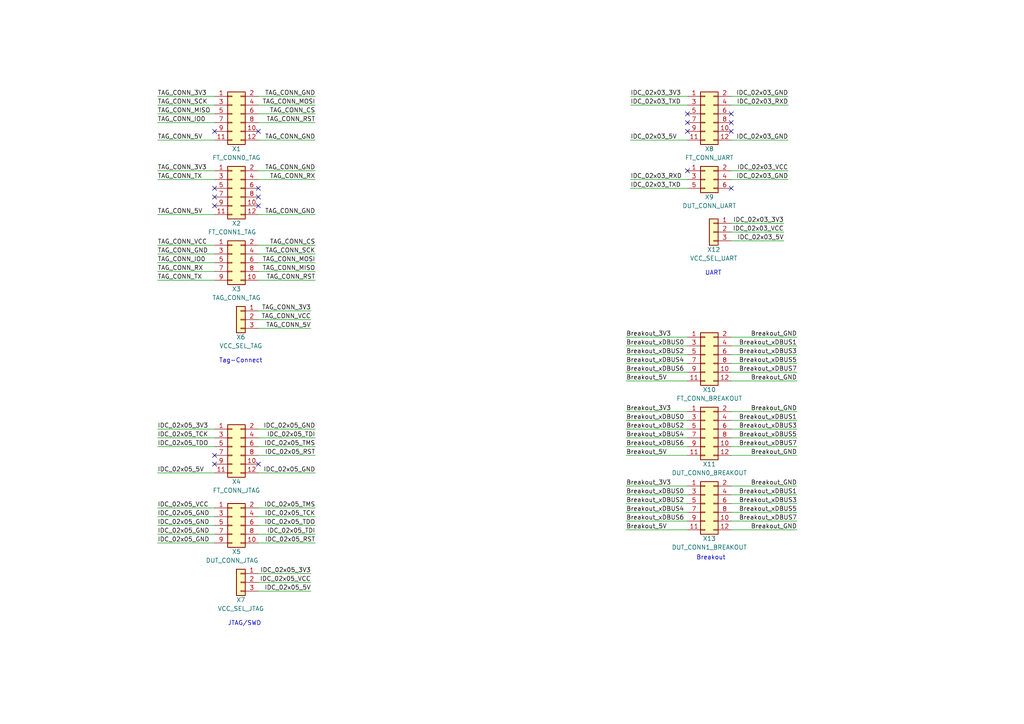
<source format=kicad_sch>
(kicad_sch (version 20230121) (generator eeschema)
  (paper "A4")
  (lib_symbols
    (symbol "Connector_Generic:Conn_01x03" (pin_names (offset 1.016) hide)
      (property "Reference" "J" (at 0 5.08 0))
      (property "Value" "Conn_01x03" (at 0 -5.08 0))
      (symbol "Conn_01x03_1_1"
        (rectangle (start -1.27 -2.413) (end 0 -2.667) (stroke (width 0.1524)))
        (rectangle (start -1.27 0.127) (end 0 -0.127) (stroke (width 0.1524)))
        (rectangle (start -1.27 2.667) (end 0 2.413) (stroke (width 0.1524)))
        (rectangle (start -1.27 3.81) (end 1.27 -3.81) (stroke (width 0.254)) (fill (type background)))
        (pin passive line (at -5.08 2.54 0) (length 3.81) (name "Pin_1") (number "1"))
        (pin passive line (at -5.08 0 0) (length 3.81) (name "Pin_2") (number "2"))
        (pin passive line (at -5.08 -2.54 0) (length 3.81) (name "Pin_3") (number "3"))
      )
    )
    (symbol "Connector_Generic:Conn_02x03_Odd_Even" (pin_names (offset 1.016) hide)
      (property "Reference" "J" (at 1.27 5.08 0))
      (property "Value" "Conn_02x03_Odd_Even" (at 1.27 -5.08 0))
      (symbol "Conn_02x03_Odd_Even_1_1"
        (rectangle (start -1.27 -2.413) (end 0 -2.667) (stroke (width 0.1524)))
        (rectangle (start -1.27 0.127) (end 0 -0.127) (stroke (width 0.1524)))
        (rectangle (start -1.27 2.667) (end 0 2.413) (stroke (width 0.1524)))
        (rectangle (start -1.27 3.81) (end 3.81 -3.81) (stroke (width 0.254)) (fill (type background)))
        (rectangle (start 3.81 -2.413) (end 2.54 -2.667) (stroke (width 0.1524)))
        (rectangle (start 3.81 0.127) (end 2.54 -0.127) (stroke (width 0.1524)))
        (rectangle (start 3.81 2.667) (end 2.54 2.413) (stroke (width 0.1524)))
        (pin passive line (at -5.08 2.54 0) (length 3.81) (name "Pin_1") (number "1"))
        (pin passive line (at 7.62 2.54 180) (length 3.81) (name "Pin_2") (number "2"))
        (pin passive line (at -5.08 0 0) (length 3.81) (name "Pin_3") (number "3"))
        (pin passive line (at 7.62 0 180) (length 3.81) (name "Pin_4") (number "4"))
        (pin passive line (at -5.08 -2.54 0) (length 3.81) (name "Pin_5") (number "5"))
        (pin passive line (at 7.62 -2.54 180) (length 3.81) (name "Pin_6") (number "6"))
      )
    )
    (symbol "Connector_Generic:Conn_02x05_Odd_Even" (pin_names (offset 1.016) hide)
      (property "Reference" "J" (at 1.27 7.62 0))
      (property "Value" "Conn_02x05_Odd_Even" (at 1.27 -7.62 0))
      (symbol "Conn_02x05_Odd_Even_1_1"
        (rectangle (start -1.27 -4.953) (end 0 -5.207) (stroke (width 0.1524)))
        (rectangle (start -1.27 -2.413) (end 0 -2.667) (stroke (width 0.1524)))
        (rectangle (start -1.27 0.127) (end 0 -0.127) (stroke (width 0.1524)))
        (rectangle (start -1.27 2.667) (end 0 2.413) (stroke (width 0.1524)))
        (rectangle (start -1.27 5.207) (end 0 4.953) (stroke (width 0.1524)))
        (rectangle (start -1.27 6.35) (end 3.81 -6.35) (stroke (width 0.254)) (fill (type background)))
        (rectangle (start 3.81 -4.953) (end 2.54 -5.207) (stroke (width 0.1524)))
        (rectangle (start 3.81 -2.413) (end 2.54 -2.667) (stroke (width 0.1524)))
        (rectangle (start 3.81 0.127) (end 2.54 -0.127) (stroke (width 0.1524)))
        (rectangle (start 3.81 2.667) (end 2.54 2.413) (stroke (width 0.1524)))
        (rectangle (start 3.81 5.207) (end 2.54 4.953) (stroke (width 0.1524)))
        (pin passive line (at -5.08 5.08 0) (length 3.81) (name "Pin_1") (number "1"))
        (pin passive line (at 7.62 -5.08 180) (length 3.81) (name "Pin_10") (number "10"))
        (pin passive line (at 7.62 5.08 180) (length 3.81) (name "Pin_2") (number "2"))
        (pin passive line (at -5.08 2.54 0) (length 3.81) (name "Pin_3") (number "3"))
        (pin passive line (at 7.62 2.54 180) (length 3.81) (name "Pin_4") (number "4"))
        (pin passive line (at -5.08 0 0) (length 3.81) (name "Pin_5") (number "5"))
        (pin passive line (at 7.62 0 180) (length 3.81) (name "Pin_6") (number "6"))
        (pin passive line (at -5.08 -2.54 0) (length 3.81) (name "Pin_7") (number "7"))
        (pin passive line (at 7.62 -2.54 180) (length 3.81) (name "Pin_8") (number "8"))
        (pin passive line (at -5.08 -5.08 0) (length 3.81) (name "Pin_9") (number "9"))
      )
    )
    (symbol "Connector_Generic:Conn_02x06_Odd_Even" (pin_names (offset 1.016) hide)
      (property "Reference" "J" (at 1.27 7.62 0))
      (property "Value" "Conn_02x06_Odd_Even" (at 1.27 -10.16 0))
      (symbol "Conn_02x06_Odd_Even_1_1"
        (rectangle (start -1.27 -7.493) (end 0 -7.747) (stroke (width 0.1524)))
        (rectangle (start -1.27 -4.953) (end 0 -5.207) (stroke (width 0.1524)))
        (rectangle (start -1.27 -2.413) (end 0 -2.667) (stroke (width 0.1524)))
        (rectangle (start -1.27 0.127) (end 0 -0.127) (stroke (width 0.1524)))
        (rectangle (start -1.27 2.667) (end 0 2.413) (stroke (width 0.1524)))
        (rectangle (start -1.27 5.207) (end 0 4.953) (stroke (width 0.1524)))
        (rectangle (start -1.27 6.35) (end 3.81 -8.89) (stroke (width 0.254)) (fill (type background)))
        (rectangle (start 3.81 -7.493) (end 2.54 -7.747) (stroke (width 0.1524)))
        (rectangle (start 3.81 -4.953) (end 2.54 -5.207) (stroke (width 0.1524)))
        (rectangle (start 3.81 -2.413) (end 2.54 -2.667) (stroke (width 0.1524)))
        (rectangle (start 3.81 0.127) (end 2.54 -0.127) (stroke (width 0.1524)))
        (rectangle (start 3.81 2.667) (end 2.54 2.413) (stroke (width 0.1524)))
        (rectangle (start 3.81 5.207) (end 2.54 4.953) (stroke (width 0.1524)))
        (pin passive line (at -5.08 5.08 0) (length 3.81) (name "Pin_1") (number "1"))
        (pin passive line (at 7.62 -5.08 180) (length 3.81) (name "Pin_10") (number "10"))
        (pin passive line (at -5.08 -7.62 0) (length 3.81) (name "Pin_11") (number "11"))
        (pin passive line (at 7.62 -7.62 180) (length 3.81) (name "Pin_12") (number "12"))
        (pin passive line (at 7.62 5.08 180) (length 3.81) (name "Pin_2") (number "2"))
        (pin passive line (at -5.08 2.54 0) (length 3.81) (name "Pin_3") (number "3"))
        (pin passive line (at 7.62 2.54 180) (length 3.81) (name "Pin_4") (number "4"))
        (pin passive line (at -5.08 0 0) (length 3.81) (name "Pin_5") (number "5"))
        (pin passive line (at 7.62 0 180) (length 3.81) (name "Pin_6") (number "6"))
        (pin passive line (at -5.08 -2.54 0) (length 3.81) (name "Pin_7") (number "7"))
        (pin passive line (at 7.62 -2.54 180) (length 3.81) (name "Pin_8") (number "8"))
        (pin passive line (at -5.08 -5.08 0) (length 3.81) (name "Pin_9") (number "9"))
      )
    )
  )
  (no_connect (at 62.23 54.61))
  (no_connect (at 62.23 134.62))
  (no_connect (at 199.39 35.56))
  (no_connect (at 62.23 59.69))
  (no_connect (at 74.93 59.69))
  (no_connect (at 74.93 134.62))
  (no_connect (at 74.93 38.1))
  (no_connect (at 212.09 33.02))
  (no_connect (at 199.39 49.53))
  (no_connect (at 74.93 57.15))
  (no_connect (at 74.93 54.61))
  (no_connect (at 62.23 132.08))
  (no_connect (at 212.09 35.56))
  (no_connect (at 212.09 38.1))
  (no_connect (at 62.23 57.15))
  (no_connect (at 62.23 38.1))
  (no_connect (at 199.39 38.1))
  (no_connect (at 212.09 54.61))
  (no_connect (at 199.39 33.02))
  (wire (pts (xy 45.72 81.28) (xy 62.23 81.28)))
  (wire (pts (xy 212.09 110.49) (xy 231.14 110.49)))
  (wire (pts (xy 181.61 107.95) (xy 199.39 107.95)))
  (wire (pts (xy 45.72 40.64) (xy 62.23 40.64)))
  (wire (pts (xy 45.72 30.48) (xy 62.23 30.48)))
  (wire (pts (xy 45.72 49.53) (xy 62.23 49.53)))
  (wire (pts (xy 45.72 129.54) (xy 62.23 129.54)))
  (wire (pts (xy 74.93 90.17) (xy 90.17 90.17)))
  (wire (pts (xy 212.09 105.41) (xy 231.14 105.41)))
  (wire (pts (xy 45.72 78.74) (xy 62.23 78.74)))
  (wire (pts (xy 45.72 149.86) (xy 62.23 149.86)))
  (wire (pts (xy 212.09 146.05) (xy 231.14 146.05)))
  (wire (pts (xy 45.72 62.23) (xy 62.23 62.23)))
  (wire (pts (xy 212.09 143.51) (xy 231.14 143.51)))
  (wire (pts (xy 181.61 153.67) (xy 199.39 153.67)))
  (wire (pts (xy 182.88 54.61) (xy 199.39 54.61)))
  (wire (pts (xy 181.61 129.54) (xy 199.39 129.54)))
  (wire (pts (xy 74.93 27.94) (xy 91.44 27.94)))
  (wire (pts (xy 181.61 105.41) (xy 199.39 105.41)))
  (wire (pts (xy 182.88 27.94) (xy 199.39 27.94)))
  (wire (pts (xy 74.93 149.86) (xy 91.44 149.86)))
  (wire (pts (xy 212.09 67.31) (xy 227.33 67.31)))
  (wire (pts (xy 74.93 62.23) (xy 91.44 62.23)))
  (wire (pts (xy 212.09 102.87) (xy 231.14 102.87)))
  (wire (pts (xy 212.09 148.59) (xy 231.14 148.59)))
  (wire (pts (xy 212.09 40.64) (xy 228.6 40.64)))
  (wire (pts (xy 74.93 129.54) (xy 91.44 129.54)))
  (wire (pts (xy 74.93 81.28) (xy 91.44 81.28)))
  (wire (pts (xy 212.09 49.53) (xy 228.6 49.53)))
  (wire (pts (xy 212.09 127) (xy 231.14 127)))
  (wire (pts (xy 74.93 40.64) (xy 91.44 40.64)))
  (wire (pts (xy 74.93 52.07) (xy 91.44 52.07)))
  (wire (pts (xy 45.72 154.94) (xy 62.23 154.94)))
  (wire (pts (xy 181.61 110.49) (xy 199.39 110.49)))
  (wire (pts (xy 212.09 69.85) (xy 227.33 69.85)))
  (wire (pts (xy 74.93 76.2) (xy 91.44 76.2)))
  (wire (pts (xy 181.61 97.79) (xy 199.39 97.79)))
  (wire (pts (xy 181.61 102.87) (xy 199.39 102.87)))
  (wire (pts (xy 212.09 129.54) (xy 231.14 129.54)))
  (wire (pts (xy 74.93 171.45) (xy 90.17 171.45)))
  (wire (pts (xy 181.61 151.13) (xy 199.39 151.13)))
  (wire (pts (xy 45.72 52.07) (xy 62.23 52.07)))
  (wire (pts (xy 212.09 119.38) (xy 231.14 119.38)))
  (wire (pts (xy 74.93 95.25) (xy 90.17 95.25)))
  (wire (pts (xy 212.09 64.77) (xy 227.33 64.77)))
  (wire (pts (xy 74.93 152.4) (xy 91.44 152.4)))
  (wire (pts (xy 74.93 92.71) (xy 90.17 92.71)))
  (wire (pts (xy 212.09 151.13) (xy 231.14 151.13)))
  (wire (pts (xy 74.93 30.48) (xy 91.44 30.48)))
  (wire (pts (xy 182.88 52.07) (xy 199.39 52.07)))
  (wire (pts (xy 181.61 148.59) (xy 199.39 148.59)))
  (wire (pts (xy 74.93 33.02) (xy 91.44 33.02)))
  (wire (pts (xy 74.93 35.56) (xy 91.44 35.56)))
  (wire (pts (xy 212.09 27.94) (xy 228.6 27.94)))
  (wire (pts (xy 212.09 132.08) (xy 231.14 132.08)))
  (wire (pts (xy 45.72 152.4) (xy 62.23 152.4)))
  (wire (pts (xy 181.61 124.46) (xy 199.39 124.46)))
  (wire (pts (xy 182.88 30.48) (xy 199.39 30.48)))
  (wire (pts (xy 74.93 71.12) (xy 91.44 71.12)))
  (wire (pts (xy 181.61 140.97) (xy 199.39 140.97)))
  (wire (pts (xy 74.93 132.08) (xy 91.44 132.08)))
  (wire (pts (xy 45.72 76.2) (xy 62.23 76.2)))
  (wire (pts (xy 181.61 132.08) (xy 199.39 132.08)))
  (wire (pts (xy 181.61 146.05) (xy 199.39 146.05)))
  (wire (pts (xy 74.93 147.32) (xy 91.44 147.32)))
  (wire (pts (xy 45.72 73.66) (xy 62.23 73.66)))
  (wire (pts (xy 212.09 30.48) (xy 228.6 30.48)))
  (wire (pts (xy 181.61 143.51) (xy 199.39 143.51)))
  (wire (pts (xy 74.93 168.91) (xy 90.17 168.91)))
  (wire (pts (xy 74.93 73.66) (xy 91.44 73.66)))
  (wire (pts (xy 181.61 127) (xy 199.39 127)))
  (wire (pts (xy 45.72 127) (xy 62.23 127)))
  (wire (pts (xy 45.72 124.46) (xy 62.23 124.46)))
  (wire (pts (xy 74.93 137.16) (xy 91.44 137.16)))
  (wire (pts (xy 212.09 153.67) (xy 231.14 153.67)))
  (wire (pts (xy 212.09 107.95) (xy 231.14 107.95)))
  (wire (pts (xy 45.72 147.32) (xy 62.23 147.32)))
  (wire (pts (xy 45.72 27.94) (xy 62.23 27.94)))
  (wire (pts (xy 181.61 100.33) (xy 199.39 100.33)))
  (wire (pts (xy 45.72 33.02) (xy 62.23 33.02)))
  (wire (pts (xy 212.09 100.33) (xy 231.14 100.33)))
  (wire (pts (xy 45.72 35.56) (xy 62.23 35.56)))
  (wire (pts (xy 74.93 127) (xy 91.44 127)))
  (wire (pts (xy 45.72 71.12) (xy 62.23 71.12)))
  (wire (pts (xy 74.93 124.46) (xy 91.44 124.46)))
  (wire (pts (xy 212.09 52.07) (xy 228.6 52.07)))
  (wire (pts (xy 45.72 157.48) (xy 62.23 157.48)))
  (wire (pts (xy 181.61 119.38) (xy 199.39 119.38)))
  (wire (pts (xy 45.72 137.16) (xy 62.23 137.16)))
  (wire (pts (xy 212.09 97.79) (xy 231.14 97.79)))
  (wire (pts (xy 74.93 157.48) (xy 91.44 157.48)))
  (wire (pts (xy 212.09 124.46) (xy 231.14 124.46)))
  (wire (pts (xy 212.09 121.92) (xy 231.14 121.92)))
  (wire (pts (xy 74.93 154.94) (xy 91.44 154.94)))
  (wire (pts (xy 181.61 121.92) (xy 199.39 121.92)))
  (wire (pts (xy 182.88 40.64) (xy 199.39 40.64)))
  (wire (pts (xy 74.93 78.74) (xy 91.44 78.74)))
  (wire (pts (xy 212.09 140.97) (xy 231.14 140.97)))
  (wire (pts (xy 74.93 166.37) (xy 90.17 166.37)))
  (wire (pts (xy 74.93 49.53) (xy 91.44 49.53)))
  (text "JTAG/SWD" (at 66.04 181.61 0) (effects (font (size 1.27 1.27)) (justify left bottom)))
  (text "Tag-Connect" (at 63.5 105.41 0) (effects (font (size 1.27 1.27)) (justify left bottom)))
  (text "Breakout" (at 201.93 162.56 0) (effects (font (size 1.27 1.27)) (justify left bottom)))
  (text "UART" (at 204.47 80.01 0) (effects (font (size 1.27 1.27)) (justify left bottom)))
  (label "IDC_02x03_5V" (at 227.33 69.85 180))
  (label "Breakout_xDBUS3" (at 231.14 124.46 180))
  (label "Breakout_xDBUS2" (at 181.61 124.46 0))
  (label "IDC_02x03_5V" (at 182.88 40.64 0))
  (label "Breakout_3V3" (at 181.61 119.38 0))
  (label "IDC_02x05_GND" (at 91.44 124.46 180))
  (label "Breakout_GND" (at 231.14 132.08 180))
  (label "IDC_02x05_3V3" (at 90.17 166.37 180))
  (label "Breakout_xDBUS4" (at 181.61 127 0))
  (label "Breakout_5V" (at 181.61 153.67 0))
  (label "IDC_02x03_TXD" (at 182.88 30.48 0))
  (label "IDC_02x03_GND" (at 228.6 52.07 180))
  (label "IDC_02x03_RXD" (at 228.6 30.48 180))
  (label "IDC_02x05_GND" (at 91.44 137.16 180))
  (label "Breakout_xDBUS6" (at 181.61 151.13 0))
  (label "TAG_CONN_RX" (at 91.44 52.07 180))
  (label "TAG_CONN_RST" (at 91.44 35.56 180))
  (label "Breakout_GND" (at 231.14 97.79 180))
  (label "TAG_CONN_3V3" (at 90.17 90.17 180))
  (label "TAG_CONN_5V" (at 45.72 40.64 0))
  (label "IDC_02x05_VCC" (at 90.17 168.91 180))
  (label "Breakout_GND" (at 231.14 119.38 180))
  (label "Breakout_xDBUS0" (at 181.61 143.51 0))
  (label "TAG_CONN_IO0" (at 45.72 76.2 0))
  (label "IDC_02x05_TCK" (at 45.72 127 0))
  (label "TAG_CONN_3V3" (at 45.72 49.53 0))
  (label "TAG_CONN_MOSI" (at 91.44 76.2 180))
  (label "Breakout_GND" (at 231.14 140.97 180))
  (label "IDC_02x05_5V" (at 90.17 171.45 180))
  (label "Breakout_xDBUS1" (at 231.14 143.51 180))
  (label "Breakout_GND" (at 231.14 110.49 180))
  (label "IDC_02x05_GND" (at 45.72 149.86 0))
  (label "IDC_02x03_GND" (at 228.6 27.94 180))
  (label "Breakout_xDBUS6" (at 181.61 107.95 0))
  (label "IDC_02x03_3V3" (at 182.88 27.94 0))
  (label "TAG_CONN_GND" (at 91.44 49.53 180))
  (label "IDC_02x05_TCK" (at 91.44 149.86 180))
  (label "TAG_CONN_VCC" (at 45.72 71.12 0))
  (label "IDC_02x05_TMS" (at 91.44 129.54 180))
  (label "TAG_CONN_TX" (at 45.72 81.28 0))
  (label "IDC_02x05_TDO" (at 91.44 152.4 180))
  (label "IDC_02x05_TMS" (at 91.44 147.32 180))
  (label "Breakout_xDBUS5" (at 231.14 105.41 180))
  (label "IDC_02x05_VCC" (at 45.72 147.32 0))
  (label "IDC_02x03_GND" (at 228.6 40.64 180))
  (label "TAG_CONN_GND" (at 45.72 73.66 0))
  (label "IDC_02x03_VCC" (at 228.6 49.53 180))
  (label "TAG_CONN_5V" (at 90.17 95.25 180))
  (label "TAG_CONN_GND" (at 91.44 62.23 180))
  (label "IDC_02x03_TXD" (at 182.88 54.61 0))
  (label "Breakout_xDBUS0" (at 181.61 100.33 0))
  (label "Breakout_xDBUS7" (at 231.14 107.95 180))
  (label "TAG_CONN_CS" (at 91.44 33.02 180))
  (label "Breakout_xDBUS4" (at 181.61 105.41 0))
  (label "TAG_CONN_TX" (at 45.72 52.07 0))
  (label "IDC_02x05_RST" (at 91.44 132.08 180))
  (label "TAG_CONN_SCK" (at 45.72 30.48 0))
  (label "Breakout_xDBUS6" (at 181.61 129.54 0))
  (label "Breakout_xDBUS1" (at 231.14 100.33 180))
  (label "IDC_02x03_VCC" (at 227.33 67.31 180))
  (label "IDC_02x05_TDI" (at 91.44 154.94 180))
  (label "TAG_CONN_GND" (at 91.44 27.94 180))
  (label "Breakout_5V" (at 181.61 110.49 0))
  (label "Breakout_3V3" (at 181.61 140.97 0))
  (label "IDC_02x05_GND" (at 45.72 157.48 0))
  (label "Breakout_xDBUS7" (at 231.14 151.13 180))
  (label "IDC_02x05_5V" (at 45.72 137.16 0))
  (label "Breakout_xDBUS5" (at 231.14 148.59 180))
  (label "TAG_CONN_MISO" (at 45.72 33.02 0))
  (label "IDC_02x03_3V3" (at 227.33 64.77 180))
  (label "Breakout_5V" (at 181.61 132.08 0))
  (label "Breakout_xDBUS0" (at 181.61 121.92 0))
  (label "TAG_CONN_GND" (at 91.44 40.64 180))
  (label "IDC_02x05_3V3" (at 45.72 124.46 0))
  (label "TAG_CONN_RST" (at 91.44 81.28 180))
  (label "TAG_CONN_VCC" (at 90.17 92.71 180))
  (label "IDC_02x05_GND" (at 45.72 154.94 0))
  (label "IDC_02x05_TDI" (at 91.44 127 180))
  (label "TAG_CONN_CS" (at 91.44 71.12 180))
  (label "IDC_02x05_TDO" (at 45.72 129.54 0))
  (label "Breakout_GND" (at 231.14 153.67 180))
  (label "Breakout_xDBUS4" (at 181.61 148.59 0))
  (label "TAG_CONN_RX" (at 45.72 78.74 0))
  (label "Breakout_xDBUS3" (at 231.14 146.05 180))
  (label "TAG_CONN_MISO" (at 91.44 78.74 180))
  (label "Breakout_xDBUS3" (at 231.14 102.87 180))
  (label "TAG_CONN_3V3" (at 45.72 27.94 0))
  (label "IDC_02x03_RXD" (at 182.88 52.07 0))
  (label "TAG_CONN_SCK" (at 91.44 73.66 180))
  (label "Breakout_xDBUS1" (at 231.14 121.92 180))
  (label "Breakout_xDBUS2" (at 181.61 102.87 0))
  (label "TAG_CONN_IO0" (at 45.72 35.56 0))
  (label "IDC_02x05_RST" (at 91.44 157.48 180))
  (label "Breakout_xDBUS7" (at 231.14 129.54 180))
  (label "IDC_02x05_GND" (at 45.72 152.4 0))
  (label "Breakout_3V3" (at 181.61 97.79 0))
  (label "Breakout_xDBUS5" (at 231.14 127 180))
  (label "TAG_CONN_MOSI" (at 91.44 30.48 180))
  (label "TAG_CONN_5V" (at 45.72 62.23 0))
  (label "Breakout_xDBUS2" (at 181.61 146.05 0))
  (symbol (lib_id "Connector_Generic:Conn_01x03") (at 69.85 168.91 0) (mirror y) (unit 1)
    (property "Reference" "X7" (at 69.85 173.99 0))
    (property "Value" "VCC_SEL_JTAG" (at 69.85 176.53 0))
    (property "Footprint" "Connector_PinHeader_2.54mm:PinHeader_1x03_P2.54mm_Vertical" (effects hide))
  )
  (symbol (lib_id "Connector_Generic:Conn_02x06_Odd_Even") (at 67.31 129.54 0) (unit 1)
    (property "Reference" "X4" (at 68.58 139.7 0))
    (property "Value" "FT_CONN_JTAG" (at 68.58 142.24 0))
    (property "Footprint" "ft4232_debugger:header_male_02x06_HDRRA12W67P254_2X6_1524X254X503P" (effects hide))
  )
  (symbol (lib_id "Connector_Generic:Conn_02x03_Odd_Even") (at 204.47 52.07 0) (unit 1)
    (property "Reference" "X9" (at 205.74 57.15 0))
    (property "Value" "DUT_CONN_UART" (at 205.74 59.69 0))
    (property "Footprint" "ft4232_debugger:header_male_02x06_HDRRA12W67P254_2X6_1524X254X503P" (effects hide))
  )
  (symbol (lib_id "Connector_Generic:Conn_02x06_Odd_Even") (at 204.47 146.05 0) (unit 1)
    (property "Reference" "X13" (at 205.74 156.21 0))
    (property "Value" "DUT_CONN1_BREAKOUT" (at 205.74 158.75 0))
    (property "Footprint" "Connector_PinHeader_2.54mm:PinHeader_2x06_P2.54mm_Vertical_SMD" (effects hide))
  )
  (symbol (lib_id "Connector_Generic:Conn_02x06_Odd_Even") (at 204.47 33.02 0) (unit 1)
    (property "Reference" "X8" (at 205.74 43.18 0))
    (property "Value" "FT_CONN_UART" (at 205.74 45.72 0))
    (property "Footprint" "ft4232_debugger:header_male_02x06_HDRRA12W67P254_2X6_1524X254X503P" (effects hide))
  )
  (symbol (lib_id "Connector_Generic:Conn_02x05_Odd_Even") (at 67.31 152.4 0) (unit 1)
    (property "Reference" "X5" (at 68.58 160.02 0))
    (property "Value" "DUT_CONN_JTAG" (at 67.31 162.56 0))
    (property "Footprint" "Connector_PinHeader_2.54mm:PinHeader_2x05_P2.54mm_Vertical_SMD" (effects hide))
  )
  (symbol (lib_id "Connector_Generic:Conn_01x03") (at 69.85 92.71 0) (mirror y) (unit 1)
    (property "Reference" "X6" (at 69.85 97.79 0))
    (property "Value" "VCC_SEL_TAG" (at 69.85 100.33 0))
    (property "Footprint" "Connector_PinHeader_2.54mm:PinHeader_1x03_P2.54mm_Vertical" (effects hide))
  )
  (symbol (lib_id "Connector_Generic:Conn_02x06_Odd_Even") (at 204.47 102.87 0) (unit 1)
    (property "Reference" "X10" (at 205.74 113.03 0))
    (property "Value" "FT_CONN_BREAKOUT" (at 205.74 115.57 0))
    (property "Footprint" "ft4232_debugger:header_male_02x06_HDRRA12W67P254_2X6_1524X254X503P" (effects hide))
  )
  (symbol (lib_id "Connector_Generic:Conn_02x06_Odd_Even") (at 67.31 54.61 0) (unit 1)
    (property "Reference" "X2" (at 68.58 64.77 0))
    (property "Value" "FT_CONN1_TAG" (at 67.31 67.31 0))
    (property "Footprint" "ft4232_debugger:header_male_02x06_HDRRA12W67P254_2X6_1524X254X503P" (effects hide))
  )
  (symbol (lib_id "Connector_Generic:Conn_01x03") (at 207.01 67.31 0) (mirror y) (unit 1)
    (property "Reference" "X12" (at 207.01 72.39 0))
    (property "Value" "VCC_SEL_UART" (at 207.01 74.93 0))
    (property "Footprint" "Connector_PinHeader_2.54mm:PinHeader_1x03_P2.54mm_Vertical" (effects hide))
  )
  (symbol (lib_id "Connector_Generic:Conn_02x06_Odd_Even") (at 67.31 33.02 0) (unit 1)
    (property "Reference" "X1" (at 68.58 43.18 0))
    (property "Value" "FT_CONN0_TAG" (at 68.58 45.72 0))
    (property "Footprint" "ft4232_debugger:header_male_02x06_HDRRA12W67P254_2X6_1524X254X503P" (effects hide))
  )
  (symbol (lib_id "Connector_Generic:Conn_02x06_Odd_Even") (at 204.47 124.46 0) (unit 1)
    (property "Reference" "X11" (at 205.74 134.62 0))
    (property "Value" "DUT_CONN0_BREAKOUT" (at 205.74 137.16 0))
    (property "Footprint" "Connector_PinHeader_2.54mm:PinHeader_2x06_P2.54mm_Vertical_SMD" (effects hide))
  )
  (symbol (lib_id "Connector_Generic:Conn_02x05_Odd_Even") (at 67.31 76.2 0) (unit 1)
    (property "Reference" "X3" (at 68.58 83.82 0))
    (property "Value" "TAG_CONN_TAG" (at 68.58 86.36 0))
    (property "Footprint" "Connector_PinHeader_2.54mm:PinHeader_2x05_P2.54mm_Vertical_SMD" (effects hide))
  )
)
</source>
